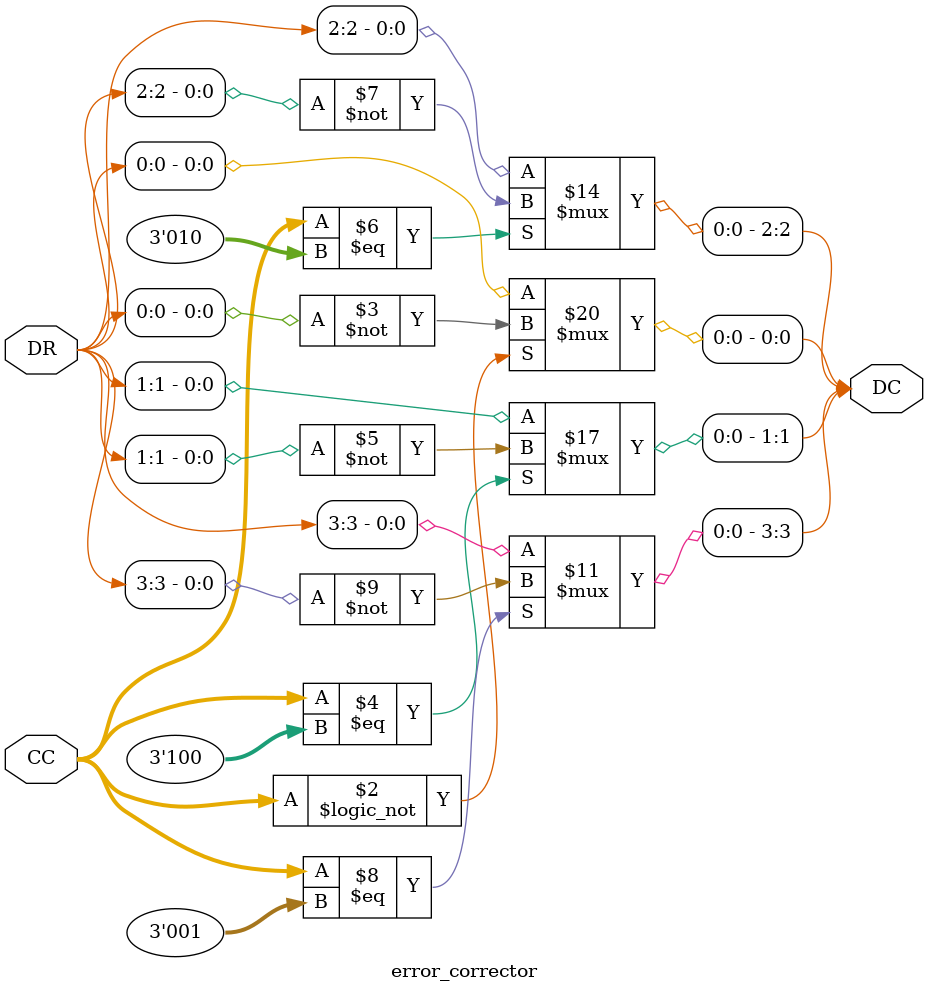
<source format=sv>
`timescale 1ns / 1ps


module error_corrector(input logic [2:0] CC,
                       input logic [3:0] DR,
                       output logic [3:0] DC);




always_comb begin
    DC = DR;
    
    if (CC == 3'b000) begin
     DC[0] = ~DR[0]; //Data bit 0
    end
    
    if (CC == 3'b100) begin
     DC[1] = ~DR[1]; //Data bit 1
    end
    
    if (CC == 3'b010) begin
     DC[2] = ~DR[2]; //Data bit 2
    end
    
    if (CC == 3'b001) begin
     DC[3] = ~DR[3]; //Data bit 4
    end   
     
    
    end  
endmodule

</source>
